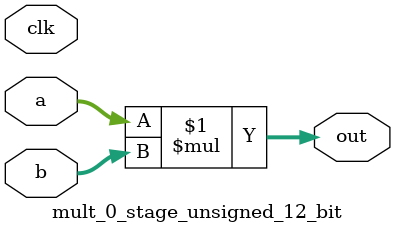
<source format=sv>
(* use_dsp = "yes" *) module mult_0_stage_unsigned_12_bit(
	input  [11:0] a,
	input  [11:0] b,
	output [11:0] out,
	input clk);

	assign out = a * b;
endmodule

</source>
